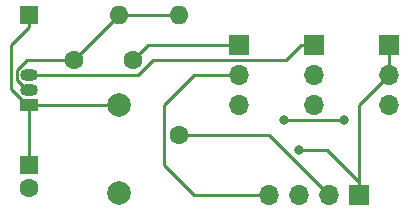
<source format=gbr>
G04 #@! TF.GenerationSoftware,KiCad,Pcbnew,5.0.2+dfsg1-1+build2*
G04 #@! TF.CreationDate,2019-10-24T23:13:18-07:00*
G04 #@! TF.ProjectId,pcb_class,7063625f-636c-4617-9373-2e6b69636164,rev?*
G04 #@! TF.SameCoordinates,Original*
G04 #@! TF.FileFunction,Copper,L1,Top*
G04 #@! TF.FilePolarity,Positive*
%FSLAX46Y46*%
G04 Gerber Fmt 4.6, Leading zero omitted, Abs format (unit mm)*
G04 Created by KiCad (PCBNEW 5.0.2+dfsg1-1+build2) date Thu 24 Oct 2019 11:13:18 PM PDT*
%MOMM*%
%LPD*%
G01*
G04 APERTURE LIST*
G04 #@! TA.AperFunction,ComponentPad*
%ADD10C,2.000000*%
G04 #@! TD*
G04 #@! TA.AperFunction,ComponentPad*
%ADD11R,1.600000X1.600000*%
G04 #@! TD*
G04 #@! TA.AperFunction,ComponentPad*
%ADD12C,1.600000*%
G04 #@! TD*
G04 #@! TA.AperFunction,ComponentPad*
%ADD13O,1.600000X1.600000*%
G04 #@! TD*
G04 #@! TA.AperFunction,ComponentPad*
%ADD14R,1.700000X1.700000*%
G04 #@! TD*
G04 #@! TA.AperFunction,ComponentPad*
%ADD15O,1.700000X1.700000*%
G04 #@! TD*
G04 #@! TA.AperFunction,ComponentPad*
%ADD16O,1.500000X1.050000*%
G04 #@! TD*
G04 #@! TA.AperFunction,ComponentPad*
%ADD17R,1.500000X1.050000*%
G04 #@! TD*
G04 #@! TA.AperFunction,ViaPad*
%ADD18C,0.800000*%
G04 #@! TD*
G04 #@! TA.AperFunction,Conductor*
%ADD19C,0.250000*%
G04 #@! TD*
G04 APERTURE END LIST*
D10*
G04 #@! TO.P,C1,1*
G04 #@! TO.N,Net-(C1-Pad1)*
X165100000Y-115570000D03*
G04 #@! TO.P,C1,2*
G04 #@! TO.N,IN*
X165100000Y-123070000D03*
G04 #@! TD*
D11*
G04 #@! TO.P,C2,1*
G04 #@! TO.N,Net-(C1-Pad1)*
X157480000Y-120650000D03*
D12*
G04 #@! TO.P,C2,2*
G04 #@! TO.N,Net-(C2-Pad2)*
X157480000Y-122650000D03*
G04 #@! TD*
G04 #@! TO.P,C3,1*
G04 #@! TO.N,Net-(C3-Pad1)*
X161290000Y-111760000D03*
G04 #@! TO.P,C3,2*
G04 #@! TO.N,Net-(C3-Pad2)*
X166290000Y-111760000D03*
G04 #@! TD*
D11*
G04 #@! TO.P,D1,1*
G04 #@! TO.N,Net-(C1-Pad1)*
X157480000Y-107950000D03*
D13*
G04 #@! TO.P,D1,2*
G04 #@! TO.N,Net-(C3-Pad1)*
X165100000Y-107950000D03*
G04 #@! TD*
D14*
G04 #@! TO.P,J1,1*
G04 #@! TO.N,IN*
X185420000Y-123190000D03*
D15*
G04 #@! TO.P,J1,2*
G04 #@! TO.N,+9V*
X182880000Y-123190000D03*
G04 #@! TO.P,J1,3*
G04 #@! TO.N,GND*
X180340000Y-123190000D03*
G04 #@! TO.P,J1,4*
G04 #@! TO.N,OUT*
X177800000Y-123190000D03*
G04 #@! TD*
D16*
G04 #@! TO.P,Q1,2*
G04 #@! TO.N,Net-(C3-Pad1)*
X157480000Y-114300000D03*
G04 #@! TO.P,Q1,3*
G04 #@! TO.N,Net-(Q1-Pad3)*
X157480000Y-113030000D03*
D17*
G04 #@! TO.P,Q1,1*
G04 #@! TO.N,Net-(C1-Pad1)*
X157480000Y-115570000D03*
G04 #@! TD*
D12*
G04 #@! TO.P,R1,1*
G04 #@! TO.N,+9V*
X170180000Y-118110000D03*
D13*
G04 #@! TO.P,R1,2*
G04 #@! TO.N,Net-(C3-Pad1)*
X170180000Y-107950000D03*
G04 #@! TD*
D15*
G04 #@! TO.P,RV1,3*
G04 #@! TO.N,Net-(C2-Pad2)*
X187960000Y-115570000D03*
G04 #@! TO.P,RV1,2*
G04 #@! TO.N,IN*
X187960000Y-113030000D03*
D14*
G04 #@! TO.P,RV1,1*
X187960000Y-110490000D03*
G04 #@! TD*
G04 #@! TO.P,RV2,1*
G04 #@! TO.N,Net-(Q1-Pad3)*
X181610000Y-110490000D03*
D15*
G04 #@! TO.P,RV2,2*
G04 #@! TO.N,GND*
X181610000Y-113030000D03*
G04 #@! TO.P,RV2,3*
X181610000Y-115570000D03*
G04 #@! TD*
D14*
G04 #@! TO.P,RV3,1*
G04 #@! TO.N,Net-(C3-Pad2)*
X175260000Y-110490000D03*
D15*
G04 #@! TO.P,RV3,2*
G04 #@! TO.N,OUT*
X175260000Y-113030000D03*
G04 #@! TO.P,RV3,3*
G04 #@! TO.N,GND*
X175260000Y-115570000D03*
G04 #@! TD*
D18*
G04 #@! TO.N,IN*
X180340000Y-119380000D03*
G04 #@! TO.N,Net-(C2-Pad2)*
X179070000Y-116840000D03*
X184150000Y-116840000D03*
G04 #@! TD*
D19*
G04 #@! TO.N,Net-(C1-Pad1)*
X155954980Y-114269980D02*
X157255000Y-115570000D01*
X155954980Y-110525020D02*
X155954980Y-114269980D01*
X157480000Y-109000000D02*
X155954980Y-110525020D01*
X157255000Y-115570000D02*
X157480000Y-115570000D01*
X157480000Y-107950000D02*
X157480000Y-109000000D01*
X157480000Y-115570000D02*
X165100000Y-115570000D01*
X157480000Y-115570000D02*
X157480000Y-120650000D01*
G04 #@! TO.N,IN*
X187960000Y-110490000D02*
X187960000Y-113030000D01*
X185420000Y-115570000D02*
X185420000Y-123190000D01*
X187960000Y-113030000D02*
X185420000Y-115570000D01*
X185420000Y-122090000D02*
X182710000Y-119380000D01*
X185420000Y-123190000D02*
X185420000Y-122090000D01*
X182710000Y-119380000D02*
X180340000Y-119380000D01*
X180340000Y-119380000D02*
X180340000Y-119380000D01*
G04 #@! TO.N,Net-(C2-Pad2)*
X179070000Y-116840000D02*
X184150000Y-116840000D01*
X184150000Y-116840000D02*
X184150000Y-116840000D01*
G04 #@! TO.N,Net-(C3-Pad1)*
X170180000Y-107950000D02*
X165100000Y-107950000D01*
X161290000Y-111760000D02*
X165100000Y-107950000D01*
X157255000Y-114300000D02*
X157480000Y-114300000D01*
X156404990Y-112677915D02*
X156404990Y-113449990D01*
X157322905Y-111760000D02*
X156404990Y-112677915D01*
X156404990Y-113449990D02*
X157255000Y-114300000D01*
X161290000Y-111760000D02*
X157322905Y-111760000D01*
G04 #@! TO.N,Net-(C3-Pad2)*
X167560000Y-110490000D02*
X166290000Y-111760000D01*
X175260000Y-110490000D02*
X167560000Y-110490000D01*
G04 #@! TO.N,+9V*
X177800000Y-118110000D02*
X170180000Y-118110000D01*
X182880000Y-123190000D02*
X177800000Y-118110000D01*
G04 #@! TO.N,OUT*
X174057919Y-113030000D02*
X175260000Y-113030000D01*
X168910000Y-120650000D02*
X171450000Y-123190000D01*
X168910000Y-115570000D02*
X168910000Y-120650000D01*
X171450000Y-123190000D02*
X177800000Y-123190000D01*
X175260000Y-113030000D02*
X171450000Y-113030000D01*
X171450000Y-113030000D02*
X168910000Y-115570000D01*
G04 #@! TO.N,Net-(Q1-Pad3)*
X166685002Y-113030000D02*
X158480000Y-113030000D01*
X167955002Y-111760000D02*
X166685002Y-113030000D01*
X179240000Y-111760000D02*
X167955002Y-111760000D01*
X181610000Y-110490000D02*
X180510000Y-110490000D01*
X180510000Y-110490000D02*
X179240000Y-111760000D01*
X158480000Y-113030000D02*
X157480000Y-113030000D01*
G04 #@! TD*
M02*

</source>
